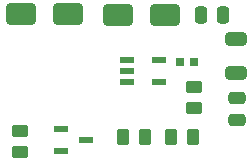
<source format=gbr>
%TF.GenerationSoftware,KiCad,Pcbnew,9.0.6*%
%TF.CreationDate,2026-01-10T22:29:01+00:00*%
%TF.ProjectId,Tiny_Solar_Power_Supply002,54696e79-5f53-46f6-9c61-725f506f7765,rev?*%
%TF.SameCoordinates,Original*%
%TF.FileFunction,Paste,Top*%
%TF.FilePolarity,Positive*%
%FSLAX46Y46*%
G04 Gerber Fmt 4.6, Leading zero omitted, Abs format (unit mm)*
G04 Created by KiCad (PCBNEW 9.0.6) date 2026-01-10 22:29:01*
%MOMM*%
%LPD*%
G01*
G04 APERTURE LIST*
G04 Aperture macros list*
%AMRoundRect*
0 Rectangle with rounded corners*
0 $1 Rounding radius*
0 $2 $3 $4 $5 $6 $7 $8 $9 X,Y pos of 4 corners*
0 Add a 4 corners polygon primitive as box body*
4,1,4,$2,$3,$4,$5,$6,$7,$8,$9,$2,$3,0*
0 Add four circle primitives for the rounded corners*
1,1,$1+$1,$2,$3*
1,1,$1+$1,$4,$5*
1,1,$1+$1,$6,$7*
1,1,$1+$1,$8,$9*
0 Add four rect primitives between the rounded corners*
20,1,$1+$1,$2,$3,$4,$5,0*
20,1,$1+$1,$4,$5,$6,$7,0*
20,1,$1+$1,$6,$7,$8,$9,0*
20,1,$1+$1,$8,$9,$2,$3,0*%
G04 Aperture macros list end*
%ADD10R,1.181100X0.558800*%
%ADD11R,0.660400X0.711200*%
%ADD12RoundRect,0.250000X-1.000000X-0.650000X1.000000X-0.650000X1.000000X0.650000X-1.000000X0.650000X0*%
%ADD13RoundRect,0.250000X0.650000X-0.325000X0.650000X0.325000X-0.650000X0.325000X-0.650000X-0.325000X0*%
%ADD14RoundRect,0.250000X-0.262500X-0.450000X0.262500X-0.450000X0.262500X0.450000X-0.262500X0.450000X0*%
%ADD15RoundRect,0.250000X0.475000X-0.250000X0.475000X0.250000X-0.475000X0.250000X-0.475000X-0.250000X0*%
%ADD16RoundRect,0.250000X0.262500X0.450000X-0.262500X0.450000X-0.262500X-0.450000X0.262500X-0.450000X0*%
%ADD17R,1.300000X0.600000*%
%ADD18RoundRect,0.250000X-0.450000X0.262500X-0.450000X-0.262500X0.450000X-0.262500X0.450000X0.262500X0*%
%ADD19RoundRect,0.250000X1.000000X0.650000X-1.000000X0.650000X-1.000000X-0.650000X1.000000X-0.650000X0*%
%ADD20RoundRect,0.250000X0.250000X0.475000X-0.250000X0.475000X-0.250000X-0.475000X0.250000X-0.475000X0*%
G04 APERTURE END LIST*
D10*
%TO.C,U1*%
X128809750Y-96799999D03*
X128809750Y-97750000D03*
X128809750Y-98700001D03*
X131540250Y-98700001D03*
X131540250Y-96799999D03*
%TD*%
D11*
%TO.C,L1*%
X133328500Y-96975000D03*
X134471500Y-96975000D03*
%TD*%
D12*
%TO.C,D1*%
X128000000Y-93000000D03*
X132000000Y-93000000D03*
%TD*%
D13*
%TO.C,C2*%
X138000000Y-97975000D03*
X138000000Y-95025000D03*
%TD*%
D14*
%TO.C,R3*%
X128462500Y-103375000D03*
X130287500Y-103375000D03*
%TD*%
D15*
%TO.C,C3*%
X138100000Y-101950000D03*
X138100000Y-100050000D03*
%TD*%
D16*
%TO.C,R2*%
X134362500Y-103350000D03*
X132537500Y-103350000D03*
%TD*%
D17*
%TO.C,Q1*%
X123250000Y-102650000D03*
X123250000Y-104550000D03*
X125350000Y-103600000D03*
%TD*%
D18*
%TO.C,R4*%
X119775000Y-102812500D03*
X119775000Y-104637500D03*
%TD*%
D19*
%TO.C,D2*%
X123807500Y-92980000D03*
X119807500Y-92980000D03*
%TD*%
D18*
%TO.C,R1*%
X134500000Y-99087500D03*
X134500000Y-100912500D03*
%TD*%
D20*
%TO.C,C1*%
X136950000Y-93000000D03*
X135050000Y-93000000D03*
%TD*%
M02*

</source>
